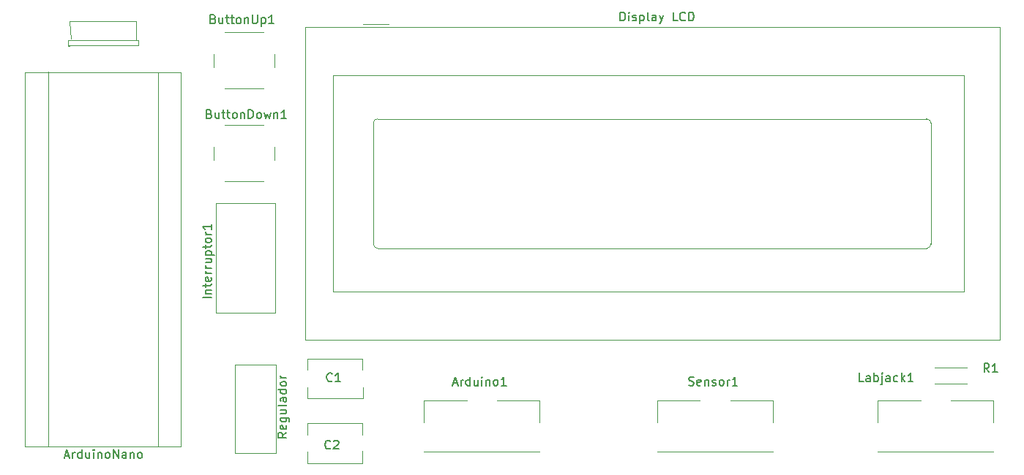
<source format=gbr>
G04 #@! TF.GenerationSoftware,KiCad,Pcbnew,5.1.2-f72e74a~80~ubuntu16.04.1*
G04 #@! TF.CreationDate,2019-04-27T11:28:23+02:00*
G04 #@! TF.ProjectId,bombasaPlaca,626f6d62-6173-4615-906c-6163612e6b69,rev?*
G04 #@! TF.SameCoordinates,Original*
G04 #@! TF.FileFunction,Legend,Top*
G04 #@! TF.FilePolarity,Positive*
%FSLAX46Y46*%
G04 Gerber Fmt 4.6, Leading zero omitted, Abs format (unit mm)*
G04 Created by KiCad (PCBNEW 5.1.2-f72e74a~80~ubuntu16.04.1) date 2019-04-27 11:28:23*
%MOMM*%
%LPD*%
G04 APERTURE LIST*
%ADD10C,0.150000*%
%ADD11C,0.120000*%
G04 APERTURE END LIST*
D10*
X193152380Y-114852380D02*
X192676190Y-115185714D01*
X193152380Y-115423809D02*
X192152380Y-115423809D01*
X192152380Y-115042857D01*
X192200000Y-114947619D01*
X192247619Y-114900000D01*
X192342857Y-114852380D01*
X192485714Y-114852380D01*
X192580952Y-114900000D01*
X192628571Y-114947619D01*
X192676190Y-115042857D01*
X192676190Y-115423809D01*
X193104761Y-114042857D02*
X193152380Y-114138095D01*
X193152380Y-114328571D01*
X193104761Y-114423809D01*
X193009523Y-114471428D01*
X192628571Y-114471428D01*
X192533333Y-114423809D01*
X192485714Y-114328571D01*
X192485714Y-114138095D01*
X192533333Y-114042857D01*
X192628571Y-113995238D01*
X192723809Y-113995238D01*
X192819047Y-114471428D01*
X192485714Y-113138095D02*
X193295238Y-113138095D01*
X193390476Y-113185714D01*
X193438095Y-113233333D01*
X193485714Y-113328571D01*
X193485714Y-113471428D01*
X193438095Y-113566666D01*
X193104761Y-113138095D02*
X193152380Y-113233333D01*
X193152380Y-113423809D01*
X193104761Y-113519047D01*
X193057142Y-113566666D01*
X192961904Y-113614285D01*
X192676190Y-113614285D01*
X192580952Y-113566666D01*
X192533333Y-113519047D01*
X192485714Y-113423809D01*
X192485714Y-113233333D01*
X192533333Y-113138095D01*
X192485714Y-112233333D02*
X193152380Y-112233333D01*
X192485714Y-112661904D02*
X193009523Y-112661904D01*
X193104761Y-112614285D01*
X193152380Y-112519047D01*
X193152380Y-112376190D01*
X193104761Y-112280952D01*
X193057142Y-112233333D01*
X193152380Y-111614285D02*
X193104761Y-111709523D01*
X193009523Y-111757142D01*
X192152380Y-111757142D01*
X193152380Y-110804761D02*
X192628571Y-110804761D01*
X192533333Y-110852380D01*
X192485714Y-110947619D01*
X192485714Y-111138095D01*
X192533333Y-111233333D01*
X193104761Y-110804761D02*
X193152380Y-110900000D01*
X193152380Y-111138095D01*
X193104761Y-111233333D01*
X193009523Y-111280952D01*
X192914285Y-111280952D01*
X192819047Y-111233333D01*
X192771428Y-111138095D01*
X192771428Y-110900000D01*
X192723809Y-110804761D01*
X193152380Y-109900000D02*
X192152380Y-109900000D01*
X193104761Y-109900000D02*
X193152380Y-109995238D01*
X193152380Y-110185714D01*
X193104761Y-110280952D01*
X193057142Y-110328571D01*
X192961904Y-110376190D01*
X192676190Y-110376190D01*
X192580952Y-110328571D01*
X192533333Y-110280952D01*
X192485714Y-110185714D01*
X192485714Y-109995238D01*
X192533333Y-109900000D01*
X193152380Y-109280952D02*
X193104761Y-109376190D01*
X193057142Y-109423809D01*
X192961904Y-109471428D01*
X192676190Y-109471428D01*
X192580952Y-109423809D01*
X192533333Y-109376190D01*
X192485714Y-109280952D01*
X192485714Y-109138095D01*
X192533333Y-109042857D01*
X192580952Y-108995238D01*
X192676190Y-108947619D01*
X192961904Y-108947619D01*
X193057142Y-108995238D01*
X193104761Y-109042857D01*
X193152380Y-109138095D01*
X193152380Y-109280952D01*
X193152380Y-108519047D02*
X192485714Y-108519047D01*
X192676190Y-108519047D02*
X192580952Y-108471428D01*
X192533333Y-108423809D01*
X192485714Y-108328571D01*
X192485714Y-108233333D01*
X167523809Y-117541666D02*
X168000000Y-117541666D01*
X167428571Y-117827380D02*
X167761904Y-116827380D01*
X168095238Y-117827380D01*
X168428571Y-117827380D02*
X168428571Y-117160714D01*
X168428571Y-117351190D02*
X168476190Y-117255952D01*
X168523809Y-117208333D01*
X168619047Y-117160714D01*
X168714285Y-117160714D01*
X169476190Y-117827380D02*
X169476190Y-116827380D01*
X169476190Y-117779761D02*
X169380952Y-117827380D01*
X169190476Y-117827380D01*
X169095238Y-117779761D01*
X169047619Y-117732142D01*
X169000000Y-117636904D01*
X169000000Y-117351190D01*
X169047619Y-117255952D01*
X169095238Y-117208333D01*
X169190476Y-117160714D01*
X169380952Y-117160714D01*
X169476190Y-117208333D01*
X170380952Y-117160714D02*
X170380952Y-117827380D01*
X169952380Y-117160714D02*
X169952380Y-117684523D01*
X170000000Y-117779761D01*
X170095238Y-117827380D01*
X170238095Y-117827380D01*
X170333333Y-117779761D01*
X170380952Y-117732142D01*
X170857142Y-117827380D02*
X170857142Y-117160714D01*
X170857142Y-116827380D02*
X170809523Y-116875000D01*
X170857142Y-116922619D01*
X170904761Y-116875000D01*
X170857142Y-116827380D01*
X170857142Y-116922619D01*
X171333333Y-117160714D02*
X171333333Y-117827380D01*
X171333333Y-117255952D02*
X171380952Y-117208333D01*
X171476190Y-117160714D01*
X171619047Y-117160714D01*
X171714285Y-117208333D01*
X171761904Y-117303571D01*
X171761904Y-117827380D01*
X172380952Y-117827380D02*
X172285714Y-117779761D01*
X172238095Y-117732142D01*
X172190476Y-117636904D01*
X172190476Y-117351190D01*
X172238095Y-117255952D01*
X172285714Y-117208333D01*
X172380952Y-117160714D01*
X172523809Y-117160714D01*
X172619047Y-117208333D01*
X172666666Y-117255952D01*
X172714285Y-117351190D01*
X172714285Y-117636904D01*
X172666666Y-117732142D01*
X172619047Y-117779761D01*
X172523809Y-117827380D01*
X172380952Y-117827380D01*
X173142857Y-117827380D02*
X173142857Y-116827380D01*
X173714285Y-117827380D01*
X173714285Y-116827380D01*
X174619047Y-117827380D02*
X174619047Y-117303571D01*
X174571428Y-117208333D01*
X174476190Y-117160714D01*
X174285714Y-117160714D01*
X174190476Y-117208333D01*
X174619047Y-117779761D02*
X174523809Y-117827380D01*
X174285714Y-117827380D01*
X174190476Y-117779761D01*
X174142857Y-117684523D01*
X174142857Y-117589285D01*
X174190476Y-117494047D01*
X174285714Y-117446428D01*
X174523809Y-117446428D01*
X174619047Y-117398809D01*
X175095238Y-117160714D02*
X175095238Y-117827380D01*
X175095238Y-117255952D02*
X175142857Y-117208333D01*
X175238095Y-117160714D01*
X175380952Y-117160714D01*
X175476190Y-117208333D01*
X175523809Y-117303571D01*
X175523809Y-117827380D01*
X176142857Y-117827380D02*
X176047619Y-117779761D01*
X176000000Y-117732142D01*
X175952380Y-117636904D01*
X175952380Y-117351190D01*
X176000000Y-117255952D01*
X176047619Y-117208333D01*
X176142857Y-117160714D01*
X176285714Y-117160714D01*
X176380952Y-117208333D01*
X176428571Y-117255952D01*
X176476190Y-117351190D01*
X176476190Y-117636904D01*
X176428571Y-117732142D01*
X176380952Y-117779761D01*
X176285714Y-117827380D01*
X176142857Y-117827380D01*
X274433333Y-107852380D02*
X274100000Y-107376190D01*
X273861904Y-107852380D02*
X273861904Y-106852380D01*
X274242857Y-106852380D01*
X274338095Y-106900000D01*
X274385714Y-106947619D01*
X274433333Y-107042857D01*
X274433333Y-107185714D01*
X274385714Y-107280952D01*
X274338095Y-107328571D01*
X274242857Y-107376190D01*
X273861904Y-107376190D01*
X275385714Y-107852380D02*
X274814285Y-107852380D01*
X275100000Y-107852380D02*
X275100000Y-106852380D01*
X275004761Y-106995238D01*
X274909523Y-107090476D01*
X274814285Y-107138095D01*
X198233333Y-116657142D02*
X198185714Y-116704761D01*
X198042857Y-116752380D01*
X197947619Y-116752380D01*
X197804761Y-116704761D01*
X197709523Y-116609523D01*
X197661904Y-116514285D01*
X197614285Y-116323809D01*
X197614285Y-116180952D01*
X197661904Y-115990476D01*
X197709523Y-115895238D01*
X197804761Y-115800000D01*
X197947619Y-115752380D01*
X198042857Y-115752380D01*
X198185714Y-115800000D01*
X198233333Y-115847619D01*
X198614285Y-115847619D02*
X198661904Y-115800000D01*
X198757142Y-115752380D01*
X198995238Y-115752380D01*
X199090476Y-115800000D01*
X199138095Y-115847619D01*
X199185714Y-115942857D01*
X199185714Y-116038095D01*
X199138095Y-116180952D01*
X198566666Y-116752380D01*
X199185714Y-116752380D01*
X198433333Y-108857142D02*
X198385714Y-108904761D01*
X198242857Y-108952380D01*
X198147619Y-108952380D01*
X198004761Y-108904761D01*
X197909523Y-108809523D01*
X197861904Y-108714285D01*
X197814285Y-108523809D01*
X197814285Y-108380952D01*
X197861904Y-108190476D01*
X197909523Y-108095238D01*
X198004761Y-108000000D01*
X198147619Y-107952380D01*
X198242857Y-107952380D01*
X198385714Y-108000000D01*
X198433333Y-108047619D01*
X199385714Y-108952380D02*
X198814285Y-108952380D01*
X199100000Y-108952380D02*
X199100000Y-107952380D01*
X199004761Y-108095238D01*
X198909523Y-108190476D01*
X198814285Y-108238095D01*
D11*
X175800000Y-67200000D02*
X175800000Y-69400000D01*
X168100000Y-67200000D02*
X175800000Y-67200000D01*
X168200000Y-69200000D02*
X168100000Y-67200000D01*
X167900000Y-70100000D02*
X168100000Y-70100000D01*
X167900000Y-69400000D02*
X167900000Y-70100000D01*
X176000000Y-69400000D02*
X167900000Y-69400000D01*
X176000000Y-70000000D02*
X176000000Y-69400000D01*
X168000000Y-70000000D02*
X176000000Y-70000000D01*
X268100000Y-107300000D02*
X271900000Y-107300000D01*
X268100000Y-109200000D02*
X271900000Y-109200000D01*
X195600000Y-118400000D02*
X195600000Y-117100000D01*
X201900000Y-118400000D02*
X195600000Y-118400000D01*
X201900000Y-117000000D02*
X201900000Y-118400000D01*
X201900000Y-113800000D02*
X201900000Y-115100000D01*
X195600000Y-113800000D02*
X201900000Y-113800000D01*
X195600000Y-115100000D02*
X195600000Y-113800000D01*
X201900000Y-106300000D02*
X201900000Y-107600000D01*
X195600000Y-106300000D02*
X201900000Y-106300000D01*
X195600000Y-107600000D02*
X195600000Y-106300000D01*
X202000000Y-110900000D02*
X202000000Y-109600000D01*
X195600000Y-110900000D02*
X202000000Y-110900000D01*
X195600000Y-109600000D02*
X195600000Y-110900000D01*
X187200000Y-117200000D02*
X187200000Y-107000000D01*
X191900000Y-117200000D02*
X187200000Y-117200000D01*
X191900000Y-107000000D02*
X191900000Y-117200000D01*
X187200000Y-107000000D02*
X191900000Y-107000000D01*
X165600000Y-116500000D02*
X178300000Y-116500000D01*
X162900000Y-116500000D02*
X162900000Y-73100000D01*
X165600000Y-116500000D02*
X162900000Y-116500000D01*
X165600000Y-73000000D02*
X165600000Y-116500000D01*
X178300000Y-116500000D02*
X178300000Y-73100000D01*
X180900000Y-116500000D02*
X178300000Y-116500000D01*
X180900000Y-73600000D02*
X180900000Y-116500000D01*
X180900000Y-73100000D02*
X180900000Y-73600000D01*
X162900000Y-73100000D02*
X180900000Y-73100000D01*
X191750000Y-72500000D02*
X191750000Y-71000000D01*
X190500000Y-68500000D02*
X186000000Y-68500000D01*
X184750000Y-71000000D02*
X184750000Y-72500000D01*
X186000000Y-75000000D02*
X190500000Y-75000000D01*
X191860000Y-101000000D02*
X185000000Y-101000000D01*
X191860000Y-88300000D02*
X191860000Y-101000000D01*
X185000000Y-88300000D02*
X191860000Y-88300000D01*
X185000000Y-101000000D02*
X185000000Y-88300000D01*
X191750000Y-83250000D02*
X191750000Y-81750000D01*
X190500000Y-79250000D02*
X186000000Y-79250000D01*
X184750000Y-81750000D02*
X184750000Y-83250000D01*
X186000000Y-85750000D02*
X190500000Y-85750000D01*
X222450000Y-117100000D02*
X209050000Y-117100000D01*
X222450000Y-111100000D02*
X217500000Y-111100000D01*
X222450000Y-111100000D02*
X222450000Y-113700000D01*
X209050000Y-111100000D02*
X209050000Y-113700000D01*
X209050000Y-111100000D02*
X214000000Y-111100000D01*
X195360000Y-104140000D02*
X275640000Y-104140000D01*
X275640000Y-104140000D02*
X275640000Y-67860000D01*
X275640000Y-67860000D02*
X196160000Y-67860000D01*
X195360000Y-67860000D02*
X195360000Y-104140000D01*
X195370000Y-67860000D02*
X196160000Y-67860000D01*
X202000000Y-67500000D02*
X205000000Y-67500000D01*
X203700000Y-78500000D02*
X267200000Y-78500000D01*
X203200280Y-92999320D02*
X203200280Y-79000000D01*
X267200660Y-93500000D02*
X203700000Y-93500000D01*
X267700000Y-79000000D02*
X267700000Y-93000000D01*
X267700000Y-79000000D02*
G75*
G03X267200000Y-78500000I-500000J0D01*
G01*
X267200660Y-93499700D02*
G75*
G03X267701040Y-92999320I0J500380D01*
G01*
X203200280Y-92999320D02*
G75*
G03X203700660Y-93499700I500380J0D01*
G01*
X203700660Y-78498460D02*
G75*
G03X203200280Y-78998840I0J-500380D01*
G01*
X198500000Y-73500000D02*
X271500000Y-73500000D01*
X271500000Y-73500000D02*
X271500000Y-98500000D01*
X271500000Y-98500000D02*
X198500000Y-98500000D01*
X198500000Y-98500000D02*
X198500000Y-73500000D01*
X261550000Y-111100000D02*
X266500000Y-111100000D01*
X261550000Y-111100000D02*
X261550000Y-113700000D01*
X274950000Y-111100000D02*
X274950000Y-113700000D01*
X274950000Y-111100000D02*
X270000000Y-111100000D01*
X274950000Y-117100000D02*
X261550000Y-117100000D01*
X236050000Y-111100000D02*
X241000000Y-111100000D01*
X236050000Y-111100000D02*
X236050000Y-113700000D01*
X249450000Y-111100000D02*
X249450000Y-113700000D01*
X249450000Y-111100000D02*
X244500000Y-111100000D01*
X249450000Y-117100000D02*
X236050000Y-117100000D01*
D10*
X184690476Y-66928571D02*
X184833333Y-66976190D01*
X184880952Y-67023809D01*
X184928571Y-67119047D01*
X184928571Y-67261904D01*
X184880952Y-67357142D01*
X184833333Y-67404761D01*
X184738095Y-67452380D01*
X184357142Y-67452380D01*
X184357142Y-66452380D01*
X184690476Y-66452380D01*
X184785714Y-66500000D01*
X184833333Y-66547619D01*
X184880952Y-66642857D01*
X184880952Y-66738095D01*
X184833333Y-66833333D01*
X184785714Y-66880952D01*
X184690476Y-66928571D01*
X184357142Y-66928571D01*
X185785714Y-66785714D02*
X185785714Y-67452380D01*
X185357142Y-66785714D02*
X185357142Y-67309523D01*
X185404761Y-67404761D01*
X185500000Y-67452380D01*
X185642857Y-67452380D01*
X185738095Y-67404761D01*
X185785714Y-67357142D01*
X186119047Y-66785714D02*
X186500000Y-66785714D01*
X186261904Y-66452380D02*
X186261904Y-67309523D01*
X186309523Y-67404761D01*
X186404761Y-67452380D01*
X186500000Y-67452380D01*
X186690476Y-66785714D02*
X187071428Y-66785714D01*
X186833333Y-66452380D02*
X186833333Y-67309523D01*
X186880952Y-67404761D01*
X186976190Y-67452380D01*
X187071428Y-67452380D01*
X187547619Y-67452380D02*
X187452380Y-67404761D01*
X187404761Y-67357142D01*
X187357142Y-67261904D01*
X187357142Y-66976190D01*
X187404761Y-66880952D01*
X187452380Y-66833333D01*
X187547619Y-66785714D01*
X187690476Y-66785714D01*
X187785714Y-66833333D01*
X187833333Y-66880952D01*
X187880952Y-66976190D01*
X187880952Y-67261904D01*
X187833333Y-67357142D01*
X187785714Y-67404761D01*
X187690476Y-67452380D01*
X187547619Y-67452380D01*
X188309523Y-66785714D02*
X188309523Y-67452380D01*
X188309523Y-66880952D02*
X188357142Y-66833333D01*
X188452380Y-66785714D01*
X188595238Y-66785714D01*
X188690476Y-66833333D01*
X188738095Y-66928571D01*
X188738095Y-67452380D01*
X189214285Y-66452380D02*
X189214285Y-67261904D01*
X189261904Y-67357142D01*
X189309523Y-67404761D01*
X189404761Y-67452380D01*
X189595238Y-67452380D01*
X189690476Y-67404761D01*
X189738095Y-67357142D01*
X189785714Y-67261904D01*
X189785714Y-66452380D01*
X190261904Y-66785714D02*
X190261904Y-67785714D01*
X190261904Y-66833333D02*
X190357142Y-66785714D01*
X190547619Y-66785714D01*
X190642857Y-66833333D01*
X190690476Y-66880952D01*
X190738095Y-66976190D01*
X190738095Y-67261904D01*
X190690476Y-67357142D01*
X190642857Y-67404761D01*
X190547619Y-67452380D01*
X190357142Y-67452380D01*
X190261904Y-67404761D01*
X191690476Y-67452380D02*
X191119047Y-67452380D01*
X191404761Y-67452380D02*
X191404761Y-66452380D01*
X191309523Y-66595238D01*
X191214285Y-66690476D01*
X191119047Y-66738095D01*
X184452380Y-99214285D02*
X183452380Y-99214285D01*
X183785714Y-98738095D02*
X184452380Y-98738095D01*
X183880952Y-98738095D02*
X183833333Y-98690476D01*
X183785714Y-98595238D01*
X183785714Y-98452380D01*
X183833333Y-98357142D01*
X183928571Y-98309523D01*
X184452380Y-98309523D01*
X183785714Y-97976190D02*
X183785714Y-97595238D01*
X183452380Y-97833333D02*
X184309523Y-97833333D01*
X184404761Y-97785714D01*
X184452380Y-97690476D01*
X184452380Y-97595238D01*
X184404761Y-96880952D02*
X184452380Y-96976190D01*
X184452380Y-97166666D01*
X184404761Y-97261904D01*
X184309523Y-97309523D01*
X183928571Y-97309523D01*
X183833333Y-97261904D01*
X183785714Y-97166666D01*
X183785714Y-96976190D01*
X183833333Y-96880952D01*
X183928571Y-96833333D01*
X184023809Y-96833333D01*
X184119047Y-97309523D01*
X184452380Y-96404761D02*
X183785714Y-96404761D01*
X183976190Y-96404761D02*
X183880952Y-96357142D01*
X183833333Y-96309523D01*
X183785714Y-96214285D01*
X183785714Y-96119047D01*
X184452380Y-95785714D02*
X183785714Y-95785714D01*
X183976190Y-95785714D02*
X183880952Y-95738095D01*
X183833333Y-95690476D01*
X183785714Y-95595238D01*
X183785714Y-95500000D01*
X183785714Y-94738095D02*
X184452380Y-94738095D01*
X183785714Y-95166666D02*
X184309523Y-95166666D01*
X184404761Y-95119047D01*
X184452380Y-95023809D01*
X184452380Y-94880952D01*
X184404761Y-94785714D01*
X184357142Y-94738095D01*
X183785714Y-94261904D02*
X184785714Y-94261904D01*
X183833333Y-94261904D02*
X183785714Y-94166666D01*
X183785714Y-93976190D01*
X183833333Y-93880952D01*
X183880952Y-93833333D01*
X183976190Y-93785714D01*
X184261904Y-93785714D01*
X184357142Y-93833333D01*
X184404761Y-93880952D01*
X184452380Y-93976190D01*
X184452380Y-94166666D01*
X184404761Y-94261904D01*
X183785714Y-93500000D02*
X183785714Y-93119047D01*
X183452380Y-93357142D02*
X184309523Y-93357142D01*
X184404761Y-93309523D01*
X184452380Y-93214285D01*
X184452380Y-93119047D01*
X184452380Y-92642857D02*
X184404761Y-92738095D01*
X184357142Y-92785714D01*
X184261904Y-92833333D01*
X183976190Y-92833333D01*
X183880952Y-92785714D01*
X183833333Y-92738095D01*
X183785714Y-92642857D01*
X183785714Y-92500000D01*
X183833333Y-92404761D01*
X183880952Y-92357142D01*
X183976190Y-92309523D01*
X184261904Y-92309523D01*
X184357142Y-92357142D01*
X184404761Y-92404761D01*
X184452380Y-92500000D01*
X184452380Y-92642857D01*
X184452380Y-91880952D02*
X183785714Y-91880952D01*
X183976190Y-91880952D02*
X183880952Y-91833333D01*
X183833333Y-91785714D01*
X183785714Y-91690476D01*
X183785714Y-91595238D01*
X184452380Y-90738095D02*
X184452380Y-91309523D01*
X184452380Y-91023809D02*
X183452380Y-91023809D01*
X183595238Y-91119047D01*
X183690476Y-91214285D01*
X183738095Y-91309523D01*
X184238095Y-77928571D02*
X184380952Y-77976190D01*
X184428571Y-78023809D01*
X184476190Y-78119047D01*
X184476190Y-78261904D01*
X184428571Y-78357142D01*
X184380952Y-78404761D01*
X184285714Y-78452380D01*
X183904761Y-78452380D01*
X183904761Y-77452380D01*
X184238095Y-77452380D01*
X184333333Y-77500000D01*
X184380952Y-77547619D01*
X184428571Y-77642857D01*
X184428571Y-77738095D01*
X184380952Y-77833333D01*
X184333333Y-77880952D01*
X184238095Y-77928571D01*
X183904761Y-77928571D01*
X185333333Y-77785714D02*
X185333333Y-78452380D01*
X184904761Y-77785714D02*
X184904761Y-78309523D01*
X184952380Y-78404761D01*
X185047619Y-78452380D01*
X185190476Y-78452380D01*
X185285714Y-78404761D01*
X185333333Y-78357142D01*
X185666666Y-77785714D02*
X186047619Y-77785714D01*
X185809523Y-77452380D02*
X185809523Y-78309523D01*
X185857142Y-78404761D01*
X185952380Y-78452380D01*
X186047619Y-78452380D01*
X186238095Y-77785714D02*
X186619047Y-77785714D01*
X186380952Y-77452380D02*
X186380952Y-78309523D01*
X186428571Y-78404761D01*
X186523809Y-78452380D01*
X186619047Y-78452380D01*
X187095238Y-78452380D02*
X187000000Y-78404761D01*
X186952380Y-78357142D01*
X186904761Y-78261904D01*
X186904761Y-77976190D01*
X186952380Y-77880952D01*
X187000000Y-77833333D01*
X187095238Y-77785714D01*
X187238095Y-77785714D01*
X187333333Y-77833333D01*
X187380952Y-77880952D01*
X187428571Y-77976190D01*
X187428571Y-78261904D01*
X187380952Y-78357142D01*
X187333333Y-78404761D01*
X187238095Y-78452380D01*
X187095238Y-78452380D01*
X187857142Y-77785714D02*
X187857142Y-78452380D01*
X187857142Y-77880952D02*
X187904761Y-77833333D01*
X188000000Y-77785714D01*
X188142857Y-77785714D01*
X188238095Y-77833333D01*
X188285714Y-77928571D01*
X188285714Y-78452380D01*
X188761904Y-78452380D02*
X188761904Y-77452380D01*
X189000000Y-77452380D01*
X189142857Y-77500000D01*
X189238095Y-77595238D01*
X189285714Y-77690476D01*
X189333333Y-77880952D01*
X189333333Y-78023809D01*
X189285714Y-78214285D01*
X189238095Y-78309523D01*
X189142857Y-78404761D01*
X189000000Y-78452380D01*
X188761904Y-78452380D01*
X189904761Y-78452380D02*
X189809523Y-78404761D01*
X189761904Y-78357142D01*
X189714285Y-78261904D01*
X189714285Y-77976190D01*
X189761904Y-77880952D01*
X189809523Y-77833333D01*
X189904761Y-77785714D01*
X190047619Y-77785714D01*
X190142857Y-77833333D01*
X190190476Y-77880952D01*
X190238095Y-77976190D01*
X190238095Y-78261904D01*
X190190476Y-78357142D01*
X190142857Y-78404761D01*
X190047619Y-78452380D01*
X189904761Y-78452380D01*
X190571428Y-77785714D02*
X190761904Y-78452380D01*
X190952380Y-77976190D01*
X191142857Y-78452380D01*
X191333333Y-77785714D01*
X191714285Y-77785714D02*
X191714285Y-78452380D01*
X191714285Y-77880952D02*
X191761904Y-77833333D01*
X191857142Y-77785714D01*
X192000000Y-77785714D01*
X192095238Y-77833333D01*
X192142857Y-77928571D01*
X192142857Y-78452380D01*
X193142857Y-78452380D02*
X192571428Y-78452380D01*
X192857142Y-78452380D02*
X192857142Y-77452380D01*
X192761904Y-77595238D01*
X192666666Y-77690476D01*
X192571428Y-77738095D01*
X212428571Y-109116666D02*
X212904761Y-109116666D01*
X212333333Y-109402380D02*
X212666666Y-108402380D01*
X213000000Y-109402380D01*
X213333333Y-109402380D02*
X213333333Y-108735714D01*
X213333333Y-108926190D02*
X213380952Y-108830952D01*
X213428571Y-108783333D01*
X213523809Y-108735714D01*
X213619047Y-108735714D01*
X214380952Y-109402380D02*
X214380952Y-108402380D01*
X214380952Y-109354761D02*
X214285714Y-109402380D01*
X214095238Y-109402380D01*
X214000000Y-109354761D01*
X213952380Y-109307142D01*
X213904761Y-109211904D01*
X213904761Y-108926190D01*
X213952380Y-108830952D01*
X214000000Y-108783333D01*
X214095238Y-108735714D01*
X214285714Y-108735714D01*
X214380952Y-108783333D01*
X215285714Y-108735714D02*
X215285714Y-109402380D01*
X214857142Y-108735714D02*
X214857142Y-109259523D01*
X214904761Y-109354761D01*
X215000000Y-109402380D01*
X215142857Y-109402380D01*
X215238095Y-109354761D01*
X215285714Y-109307142D01*
X215761904Y-109402380D02*
X215761904Y-108735714D01*
X215761904Y-108402380D02*
X215714285Y-108450000D01*
X215761904Y-108497619D01*
X215809523Y-108450000D01*
X215761904Y-108402380D01*
X215761904Y-108497619D01*
X216238095Y-108735714D02*
X216238095Y-109402380D01*
X216238095Y-108830952D02*
X216285714Y-108783333D01*
X216380952Y-108735714D01*
X216523809Y-108735714D01*
X216619047Y-108783333D01*
X216666666Y-108878571D01*
X216666666Y-109402380D01*
X217285714Y-109402380D02*
X217190476Y-109354761D01*
X217142857Y-109307142D01*
X217095238Y-109211904D01*
X217095238Y-108926190D01*
X217142857Y-108830952D01*
X217190476Y-108783333D01*
X217285714Y-108735714D01*
X217428571Y-108735714D01*
X217523809Y-108783333D01*
X217571428Y-108830952D01*
X217619047Y-108926190D01*
X217619047Y-109211904D01*
X217571428Y-109307142D01*
X217523809Y-109354761D01*
X217428571Y-109402380D01*
X217285714Y-109402380D01*
X218571428Y-109402380D02*
X218000000Y-109402380D01*
X218285714Y-109402380D02*
X218285714Y-108402380D01*
X218190476Y-108545238D01*
X218095238Y-108640476D01*
X218000000Y-108688095D01*
X231761904Y-67142380D02*
X231761904Y-66142380D01*
X232000000Y-66142380D01*
X232142857Y-66190000D01*
X232238095Y-66285238D01*
X232285714Y-66380476D01*
X232333333Y-66570952D01*
X232333333Y-66713809D01*
X232285714Y-66904285D01*
X232238095Y-66999523D01*
X232142857Y-67094761D01*
X232000000Y-67142380D01*
X231761904Y-67142380D01*
X232761904Y-67142380D02*
X232761904Y-66475714D01*
X232761904Y-66142380D02*
X232714285Y-66190000D01*
X232761904Y-66237619D01*
X232809523Y-66190000D01*
X232761904Y-66142380D01*
X232761904Y-66237619D01*
X233190476Y-67094761D02*
X233285714Y-67142380D01*
X233476190Y-67142380D01*
X233571428Y-67094761D01*
X233619047Y-66999523D01*
X233619047Y-66951904D01*
X233571428Y-66856666D01*
X233476190Y-66809047D01*
X233333333Y-66809047D01*
X233238095Y-66761428D01*
X233190476Y-66666190D01*
X233190476Y-66618571D01*
X233238095Y-66523333D01*
X233333333Y-66475714D01*
X233476190Y-66475714D01*
X233571428Y-66523333D01*
X234047619Y-66475714D02*
X234047619Y-67475714D01*
X234047619Y-66523333D02*
X234142857Y-66475714D01*
X234333333Y-66475714D01*
X234428571Y-66523333D01*
X234476190Y-66570952D01*
X234523809Y-66666190D01*
X234523809Y-66951904D01*
X234476190Y-67047142D01*
X234428571Y-67094761D01*
X234333333Y-67142380D01*
X234142857Y-67142380D01*
X234047619Y-67094761D01*
X235095238Y-67142380D02*
X235000000Y-67094761D01*
X234952380Y-66999523D01*
X234952380Y-66142380D01*
X235904761Y-67142380D02*
X235904761Y-66618571D01*
X235857142Y-66523333D01*
X235761904Y-66475714D01*
X235571428Y-66475714D01*
X235476190Y-66523333D01*
X235904761Y-67094761D02*
X235809523Y-67142380D01*
X235571428Y-67142380D01*
X235476190Y-67094761D01*
X235428571Y-66999523D01*
X235428571Y-66904285D01*
X235476190Y-66809047D01*
X235571428Y-66761428D01*
X235809523Y-66761428D01*
X235904761Y-66713809D01*
X236285714Y-66475714D02*
X236523809Y-67142380D01*
X236761904Y-66475714D02*
X236523809Y-67142380D01*
X236428571Y-67380476D01*
X236380952Y-67428095D01*
X236285714Y-67475714D01*
X238380952Y-67142380D02*
X237904761Y-67142380D01*
X237904761Y-66142380D01*
X239285714Y-67047142D02*
X239238095Y-67094761D01*
X239095238Y-67142380D01*
X239000000Y-67142380D01*
X238857142Y-67094761D01*
X238761904Y-66999523D01*
X238714285Y-66904285D01*
X238666666Y-66713809D01*
X238666666Y-66570952D01*
X238714285Y-66380476D01*
X238761904Y-66285238D01*
X238857142Y-66190000D01*
X239000000Y-66142380D01*
X239095238Y-66142380D01*
X239238095Y-66190000D01*
X239285714Y-66237619D01*
X239714285Y-67142380D02*
X239714285Y-66142380D01*
X239952380Y-66142380D01*
X240095238Y-66190000D01*
X240190476Y-66285238D01*
X240238095Y-66380476D01*
X240285714Y-66570952D01*
X240285714Y-66713809D01*
X240238095Y-66904285D01*
X240190476Y-66999523D01*
X240095238Y-67094761D01*
X239952380Y-67142380D01*
X239714285Y-67142380D01*
X259904761Y-108952380D02*
X259428571Y-108952380D01*
X259428571Y-107952380D01*
X260666666Y-108952380D02*
X260666666Y-108428571D01*
X260619047Y-108333333D01*
X260523809Y-108285714D01*
X260333333Y-108285714D01*
X260238095Y-108333333D01*
X260666666Y-108904761D02*
X260571428Y-108952380D01*
X260333333Y-108952380D01*
X260238095Y-108904761D01*
X260190476Y-108809523D01*
X260190476Y-108714285D01*
X260238095Y-108619047D01*
X260333333Y-108571428D01*
X260571428Y-108571428D01*
X260666666Y-108523809D01*
X261142857Y-108952380D02*
X261142857Y-107952380D01*
X261142857Y-108333333D02*
X261238095Y-108285714D01*
X261428571Y-108285714D01*
X261523809Y-108333333D01*
X261571428Y-108380952D01*
X261619047Y-108476190D01*
X261619047Y-108761904D01*
X261571428Y-108857142D01*
X261523809Y-108904761D01*
X261428571Y-108952380D01*
X261238095Y-108952380D01*
X261142857Y-108904761D01*
X262047619Y-108285714D02*
X262047619Y-109142857D01*
X262000000Y-109238095D01*
X261904761Y-109285714D01*
X261857142Y-109285714D01*
X262047619Y-107952380D02*
X262000000Y-108000000D01*
X262047619Y-108047619D01*
X262095238Y-108000000D01*
X262047619Y-107952380D01*
X262047619Y-108047619D01*
X262952380Y-108952380D02*
X262952380Y-108428571D01*
X262904761Y-108333333D01*
X262809523Y-108285714D01*
X262619047Y-108285714D01*
X262523809Y-108333333D01*
X262952380Y-108904761D02*
X262857142Y-108952380D01*
X262619047Y-108952380D01*
X262523809Y-108904761D01*
X262476190Y-108809523D01*
X262476190Y-108714285D01*
X262523809Y-108619047D01*
X262619047Y-108571428D01*
X262857142Y-108571428D01*
X262952380Y-108523809D01*
X263857142Y-108904761D02*
X263761904Y-108952380D01*
X263571428Y-108952380D01*
X263476190Y-108904761D01*
X263428571Y-108857142D01*
X263380952Y-108761904D01*
X263380952Y-108476190D01*
X263428571Y-108380952D01*
X263476190Y-108333333D01*
X263571428Y-108285714D01*
X263761904Y-108285714D01*
X263857142Y-108333333D01*
X264285714Y-108952380D02*
X264285714Y-107952380D01*
X264380952Y-108571428D02*
X264666666Y-108952380D01*
X264666666Y-108285714D02*
X264285714Y-108666666D01*
X265619047Y-108952380D02*
X265047619Y-108952380D01*
X265333333Y-108952380D02*
X265333333Y-107952380D01*
X265238095Y-108095238D01*
X265142857Y-108190476D01*
X265047619Y-108238095D01*
X239690476Y-109354761D02*
X239833333Y-109402380D01*
X240071428Y-109402380D01*
X240166666Y-109354761D01*
X240214285Y-109307142D01*
X240261904Y-109211904D01*
X240261904Y-109116666D01*
X240214285Y-109021428D01*
X240166666Y-108973809D01*
X240071428Y-108926190D01*
X239880952Y-108878571D01*
X239785714Y-108830952D01*
X239738095Y-108783333D01*
X239690476Y-108688095D01*
X239690476Y-108592857D01*
X239738095Y-108497619D01*
X239785714Y-108450000D01*
X239880952Y-108402380D01*
X240119047Y-108402380D01*
X240261904Y-108450000D01*
X241071428Y-109354761D02*
X240976190Y-109402380D01*
X240785714Y-109402380D01*
X240690476Y-109354761D01*
X240642857Y-109259523D01*
X240642857Y-108878571D01*
X240690476Y-108783333D01*
X240785714Y-108735714D01*
X240976190Y-108735714D01*
X241071428Y-108783333D01*
X241119047Y-108878571D01*
X241119047Y-108973809D01*
X240642857Y-109069047D01*
X241547619Y-108735714D02*
X241547619Y-109402380D01*
X241547619Y-108830952D02*
X241595238Y-108783333D01*
X241690476Y-108735714D01*
X241833333Y-108735714D01*
X241928571Y-108783333D01*
X241976190Y-108878571D01*
X241976190Y-109402380D01*
X242404761Y-109354761D02*
X242500000Y-109402380D01*
X242690476Y-109402380D01*
X242785714Y-109354761D01*
X242833333Y-109259523D01*
X242833333Y-109211904D01*
X242785714Y-109116666D01*
X242690476Y-109069047D01*
X242547619Y-109069047D01*
X242452380Y-109021428D01*
X242404761Y-108926190D01*
X242404761Y-108878571D01*
X242452380Y-108783333D01*
X242547619Y-108735714D01*
X242690476Y-108735714D01*
X242785714Y-108783333D01*
X243404761Y-109402380D02*
X243309523Y-109354761D01*
X243261904Y-109307142D01*
X243214285Y-109211904D01*
X243214285Y-108926190D01*
X243261904Y-108830952D01*
X243309523Y-108783333D01*
X243404761Y-108735714D01*
X243547619Y-108735714D01*
X243642857Y-108783333D01*
X243690476Y-108830952D01*
X243738095Y-108926190D01*
X243738095Y-109211904D01*
X243690476Y-109307142D01*
X243642857Y-109354761D01*
X243547619Y-109402380D01*
X243404761Y-109402380D01*
X244166666Y-109402380D02*
X244166666Y-108735714D01*
X244166666Y-108926190D02*
X244214285Y-108830952D01*
X244261904Y-108783333D01*
X244357142Y-108735714D01*
X244452380Y-108735714D01*
X245309523Y-109402380D02*
X244738095Y-109402380D01*
X245023809Y-109402380D02*
X245023809Y-108402380D01*
X244928571Y-108545238D01*
X244833333Y-108640476D01*
X244738095Y-108688095D01*
M02*

</source>
